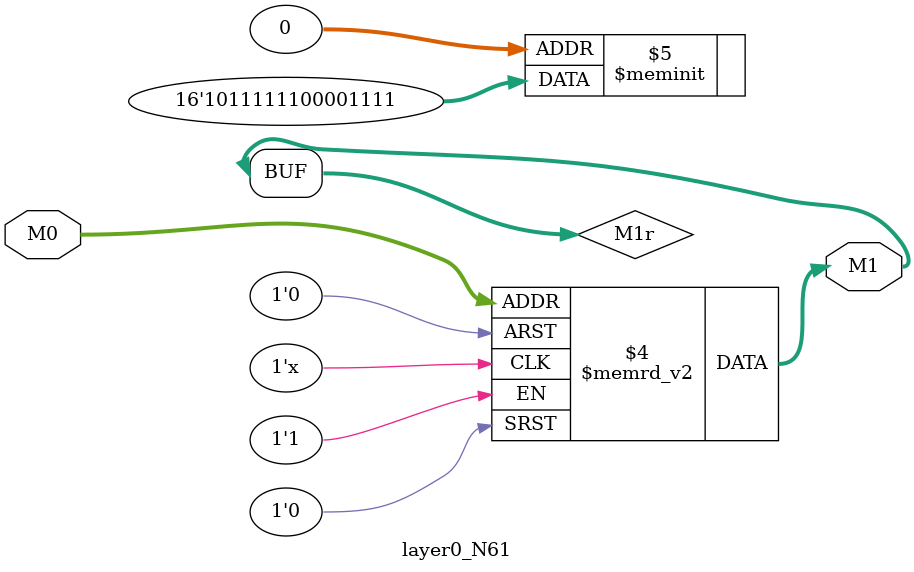
<source format=v>
module layer0_N61 ( input [2:0] M0, output [1:0] M1 );

	(*rom_style = "distributed" *) reg [1:0] M1r;
	assign M1 = M1r;
	always @ (M0) begin
		case (M0)
			3'b000: M1r = 2'b11;
			3'b100: M1r = 2'b11;
			3'b010: M1r = 2'b00;
			3'b110: M1r = 2'b11;
			3'b001: M1r = 2'b11;
			3'b101: M1r = 2'b11;
			3'b011: M1r = 2'b00;
			3'b111: M1r = 2'b10;

		endcase
	end
endmodule

</source>
